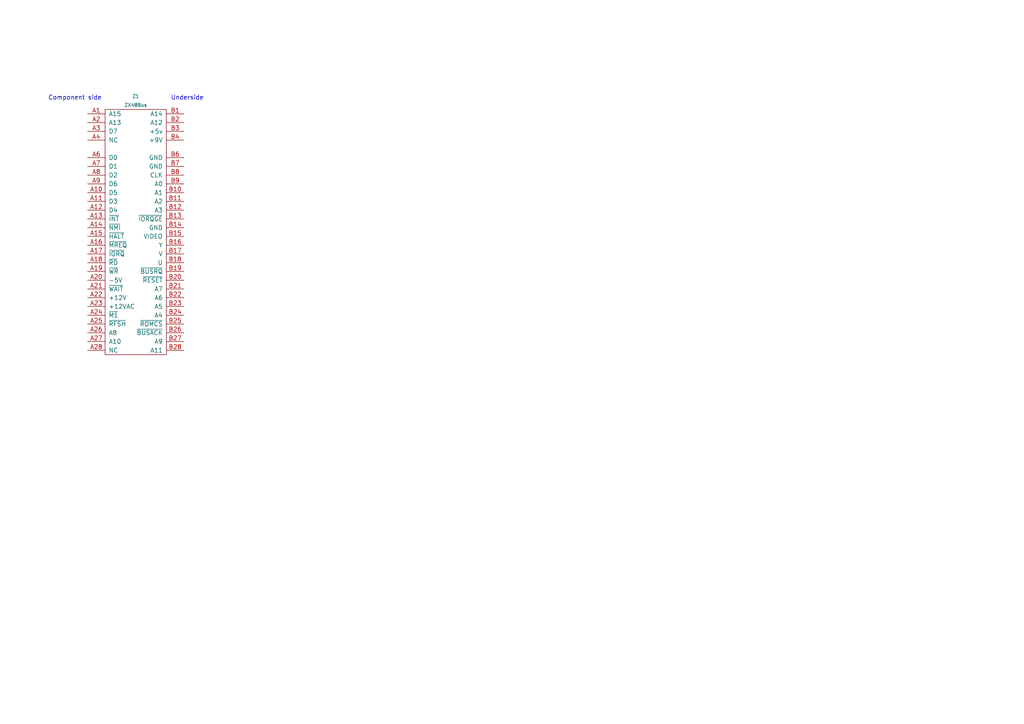
<source format=kicad_sch>
(kicad_sch (version 20211123) (generator eeschema)
  (paper "A4")
  (lib_symbols
    (symbol "zxbus:ZX48Bus" (pin_names (offset 1.016))
      (property "Reference" "Z" (at 0 83.82 0))
      (property "Value" "ZX48Bus" (at 0 86.36 0))
      (symbol "ZX48Bus_0_0"
        (rectangle (start 0 82.55) (end 17.78 11.43))
      )
      (symbol "ZX48Bus_1_1"
        (pin input line (at -5.08 81.28 0) (length 5.08) (name "A15") (number "A1"))
        (pin input line (at -5.08 58.42 0) (length 5.08) (name "D5") (number "A10"))
        (pin input line (at -5.08 55.88 0) (length 5.08) (name "D3") (number "A11"))
        (pin input line (at -5.08 53.34 0) (length 5.08) (name "D4") (number "A12"))
        (pin input line (at -5.08 50.8 0) (length 5.08) (name "~{INT}") (number "A13"))
        (pin input line (at -5.08 48.26 0) (length 5.08) (name "~{NMI}") (number "A14"))
        (pin input line (at -5.08 45.72 0) (length 5.08) (name "~{HALT}") (number "A15"))
        (pin input line (at -5.08 43.18 0) (length 5.08) (name "~{MREQ}") (number "A16"))
        (pin input line (at -5.08 40.64 0) (length 5.08) (name "~{IORQ}") (number "A17"))
        (pin input line (at -5.08 38.1 0) (length 5.08) (name "~{RD}") (number "A18"))
        (pin input line (at -5.08 35.56 0) (length 5.08) (name "~{WR}") (number "A19"))
        (pin input line (at -5.08 78.74 0) (length 5.08) (name "A13") (number "A2"))
        (pin input line (at -5.08 33.02 0) (length 5.08) (name "-5V") (number "A20"))
        (pin input line (at -5.08 30.48 0) (length 5.08) (name "~{WAIT}") (number "A21"))
        (pin input line (at -5.08 27.94 0) (length 5.08) (name "+12V") (number "A22"))
        (pin input line (at -5.08 25.4 0) (length 5.08) (name "+12VAC") (number "A23"))
        (pin input line (at -5.08 22.86 0) (length 5.08) (name "~{M1}") (number "A24"))
        (pin input line (at -5.08 20.32 0) (length 5.08) (name "~{RFSH}") (number "A25"))
        (pin input line (at -5.08 17.78 0) (length 5.08) (name "A8") (number "A26"))
        (pin input line (at -5.08 15.24 0) (length 5.08) (name "A10") (number "A27"))
        (pin input line (at -5.08 12.7 0) (length 5.08) (name "NC") (number "A28"))
        (pin input line (at -5.08 76.2 0) (length 5.08) (name "D7") (number "A3"))
        (pin input line (at -5.08 73.66 0) (length 5.08) (name "NC") (number "A4"))
        (pin input line (at -5.08 68.58 0) (length 5.08) (name "D0") (number "A6"))
        (pin input line (at -5.08 66.04 0) (length 5.08) (name "D1") (number "A7"))
        (pin input line (at -5.08 63.5 0) (length 5.08) (name "D2") (number "A8"))
        (pin input line (at -5.08 60.96 0) (length 5.08) (name "D6") (number "A9"))
        (pin input line (at 22.86 81.28 180) (length 5.08) (name "A14") (number "B1"))
        (pin input line (at 22.86 58.42 180) (length 5.08) (name "A1") (number "B10"))
        (pin input line (at 22.86 55.88 180) (length 5.08) (name "A2") (number "B11"))
        (pin input line (at 22.86 53.34 180) (length 5.08) (name "A3") (number "B12"))
        (pin input line (at 22.86 50.8 180) (length 5.08) (name "~{IORQGE}") (number "B13"))
        (pin input line (at 22.86 48.26 180) (length 5.08) (name "GND") (number "B14"))
        (pin input line (at 22.86 45.72 180) (length 5.08) (name "VIDEO") (number "B15"))
        (pin input line (at 22.86 43.18 180) (length 5.08) (name "Y") (number "B16"))
        (pin input line (at 22.86 40.64 180) (length 5.08) (name "V") (number "B17"))
        (pin input line (at 22.86 38.1 180) (length 5.08) (name "U") (number "B18"))
        (pin input line (at 22.86 35.56 180) (length 5.08) (name "~{BUSRQ}") (number "B19"))
        (pin input line (at 22.86 78.74 180) (length 5.08) (name "A12") (number "B2"))
        (pin input line (at 22.86 33.02 180) (length 5.08) (name "~{RESET}") (number "B20"))
        (pin input line (at 22.86 30.48 180) (length 5.08) (name "A7") (number "B21"))
        (pin input line (at 22.86 27.94 180) (length 5.08) (name "A6") (number "B22"))
        (pin input line (at 22.86 25.4 180) (length 5.08) (name "A5") (number "B23"))
        (pin input line (at 22.86 22.86 180) (length 5.08) (name "A4") (number "B24"))
        (pin input line (at 22.86 20.32 180) (length 5.08) (name "~{ROMCS}") (number "B25"))
        (pin input line (at 22.86 17.78 180) (length 5.08) (name "~{BUSACK}") (number "B26"))
        (pin input line (at 22.86 15.24 180) (length 5.08) (name "A9") (number "B27"))
        (pin input line (at 22.86 12.7 180) (length 5.08) (name "A11") (number "B28"))
        (pin input line (at 22.86 76.2 180) (length 5.08) (name "+5v") (number "B3"))
        (pin input line (at 22.86 73.66 180) (length 5.08) (name "+9V") (number "B4"))
        (pin input line (at 22.86 68.58 180) (length 5.08) (name "GND") (number "B6"))
        (pin input line (at 22.86 66.04 180) (length 5.08) (name "GND") (number "B7"))
        (pin input line (at 22.86 63.5 180) (length 5.08) (name "CLK") (number "B8"))
        (pin input line (at 22.86 60.96 180) (length 5.08) (name "A0") (number "B9"))
      )
    )
  )
  (text "Component side" (at 13.97 29.21 0) (effects (font (size 1.27 1.27)) (justify left bottom)))
  (text "Underside" (at 49.53 29.21 0) (effects (font (size 1.27 1.27)) (justify left bottom)))
  (symbol (lib_id "zxbus:ZX48Bus") (at 30.48 114.3 0) (unit 1)
    (property "Reference" "Z1" (at 39.37 27.94 0) (effects (font (size 0.9906 0.9906))))
    (property "Value" "ZX48Bus" (at 39.37 30.48 0) (effects (font (size 0.9906 0.9906))))
    (property "Footprint" "zxedge:Spectrum_Edge_Connector" (effects hide))
  )
)
</source>
